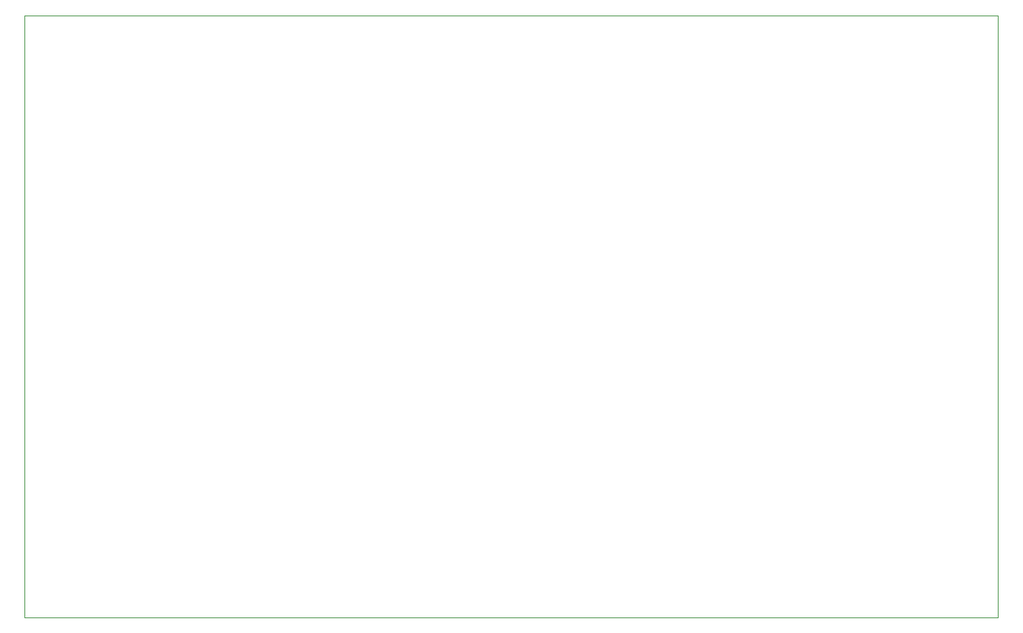
<source format=gm1>
G04 #@! TF.GenerationSoftware,KiCad,Pcbnew,5.1.2-f72e74a~84~ubuntu18.04.1*
G04 #@! TF.CreationDate,2019-06-19T00:04:43+03:00*
G04 #@! TF.ProjectId,Borjomi-Main,426f726a-6f6d-4692-9d4d-61696e2e6b69,rev?*
G04 #@! TF.SameCoordinates,Original*
G04 #@! TF.FileFunction,Profile,NP*
%FSLAX46Y46*%
G04 Gerber Fmt 4.6, Leading zero omitted, Abs format (unit mm)*
G04 Created by KiCad (PCBNEW 5.1.2-f72e74a~84~ubuntu18.04.1) date 2019-06-19 00:04:43*
%MOMM*%
%LPD*%
G04 APERTURE LIST*
%ADD10C,0.100000*%
G04 APERTURE END LIST*
D10*
X112649000Y-143637000D02*
X112649000Y-74803000D01*
X223901000Y-143637000D02*
X112649000Y-143637000D01*
X223901000Y-74803000D02*
X223901000Y-143637000D01*
X112649000Y-74803000D02*
X223901000Y-74803000D01*
M02*

</source>
